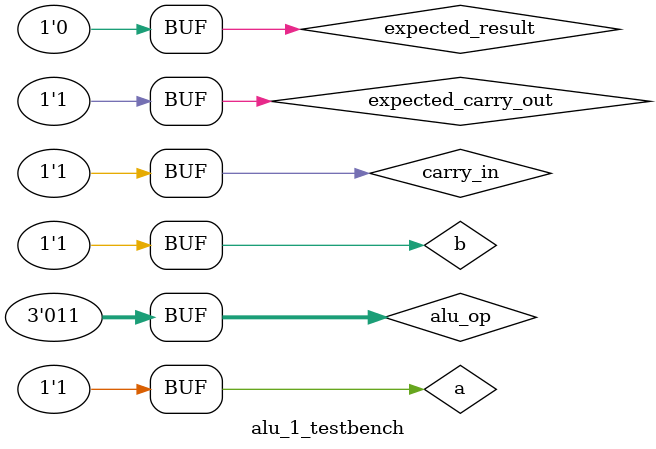
<source format=v>
`define DELAY 20
module alu_1_testbench();
	reg a, b, carry_in;
    reg [2:0] alu_op;
	reg expected_result, expected_carry_out;
    wire result, carry_out;
	wire pass, eq1, eq2;
	
    alu_1 test_alu1(result, carry_out, a, b, carry_in, alu_op);
	xnor equal_result(eq1, expected_result, result);
    xnor equal_carry_out(eq2, expected_carry_out, carry_out);
    and is_pass(pass, eq1, eq2);
	
initial begin
// AND tests, start
	a = 1'b0; b = 1'b0; carry_in = 1'b0; alu_op = 3'b000;
    expected_result = 1'b0;
    expected_carry_out = 1'b0;
#`DELAY;
    a = 1'b0; b = 1'b0; carry_in = 1'b1; alu_op = 3'b000;
    expected_result = 1'b0;
    expected_carry_out = 1'b0;
#`DELAY;
    a = 1'b0; b = 1'b1; carry_in = 1'b0; alu_op = 3'b000;
    expected_result = 1'b0;
    expected_carry_out = 1'b0;
#`DELAY;
    a = 1'b0; b = 1'b1; carry_in = 1'b1; alu_op = 3'b000;
    expected_result = 1'b0;
    expected_carry_out = 1'b1;
#`DELAY;
    a = 1'b1; b = 1'b0; carry_in = 1'b0; alu_op = 3'b000;
    expected_result = 1'b0;
    expected_carry_out = 1'b0;
#`DELAY;
    a = 1'b1; b = 1'b0; carry_in = 1'b1; alu_op = 3'b000;
    expected_result = 1'b0;
    expected_carry_out = 1'b1;
#`DELAY;
    a = 1'b1; b = 1'b1; carry_in = 1'b0; alu_op = 3'b000;
    expected_result = 1'b1;
    expected_carry_out = 1'b1;
#`DELAY;
    a = 1'b1; b = 1'b1; carry_in = 1'b1; alu_op = 3'b000;
    expected_result = 1'b1;
    expected_carry_out = 1'b1;
#`DELAY;
// AND tests, end.

// OR tests, start
	a = 1'b0; b = 1'b0; carry_in = 1'b0; alu_op = 3'b001;
    expected_result = 1'b0;
    expected_carry_out = 1'b0;
#`DELAY;
    a = 1'b0; b = 1'b0; carry_in = 1'b1; alu_op = 3'b001;
    expected_result = 1'b0;
    expected_carry_out = 1'b0;
#`DELAY;
    a = 1'b0; b = 1'b1; carry_in = 1'b0; alu_op = 3'b001;
    expected_result = 1'b1;
    expected_carry_out = 1'b0;
#`DELAY;
    a = 1'b0; b = 1'b1; carry_in = 1'b1; alu_op = 3'b001;
    expected_result = 1'b1;
    expected_carry_out = 1'b1;
#`DELAY;
    a = 1'b1; b = 1'b0; carry_in = 1'b0; alu_op = 3'b001;
    expected_result = 1'b1;
    expected_carry_out = 1'b0;
#`DELAY;
    a = 1'b1; b = 1'b0; carry_in = 1'b1; alu_op = 3'b001;
    expected_result = 1'b1;
    expected_carry_out = 1'b1;
#`DELAY;
    a = 1'b1; b = 1'b1; carry_in = 1'b0; alu_op = 3'b001;
    expected_result = 1'b1;
    expected_carry_out = 1'b1;
#`DELAY;
    a = 1'b1; b = 1'b1; carry_in = 1'b1; alu_op = 3'b001;
    expected_result = 1'b1;
    expected_carry_out = 1'b1;
#`DELAY;
// OR tests, end.

// ADD tests, start
	a = 1'b0; b = 1'b0; carry_in = 1'b0; alu_op = 3'b010;
    expected_result = 1'b0;
    expected_carry_out = 1'b0;
#`DELAY;
    a = 1'b0; b = 1'b0; carry_in = 1'b1; alu_op = 3'b010;
    expected_result = 1'b1;
    expected_carry_out = 1'b0;
#`DELAY;
    a = 1'b0; b = 1'b1; carry_in = 1'b0; alu_op = 3'b010;
    expected_result = 1'b1;
    expected_carry_out = 1'b0;
#`DELAY;
    a = 1'b0; b = 1'b1; carry_in = 1'b1; alu_op = 3'b010;
    expected_result = 1'b0;
    expected_carry_out = 1'b1;
#`DELAY;
    a = 1'b1; b = 1'b0; carry_in = 1'b0; alu_op = 3'b010;
    expected_result = 1'b1;
    expected_carry_out = 1'b0;
#`DELAY;
    a = 1'b1; b = 1'b0; carry_in = 1'b1; alu_op = 3'b010;
    expected_result = 1'b0;
    expected_carry_out = 1'b1;
#`DELAY;
    a = 1'b1; b = 1'b1; carry_in = 1'b0; alu_op = 3'b010;
    expected_result = 1'b0;
    expected_carry_out = 1'b1;
#`DELAY;
    a = 1'b1; b = 1'b1; carry_in = 1'b1; alu_op = 3'b010;
    expected_result = 1'b1;
    expected_carry_out = 1'b1;
#`DELAY;
// ADD tests, end.

// SUBSTRACT tests, start
	a = 1'b0; b = 1'b0; carry_in = 1'b0; alu_op = 3'b110;
    expected_result = 1'b0;
    expected_carry_out = 1'b0;
#`DELAY;
    a = 1'b0; b = 1'b0; carry_in = 1'b1; alu_op = 3'b110;
    expected_result = 1'b1;
    expected_carry_out = 1'b0;
#`DELAY;
    a = 1'b0; b = 1'b1; carry_in = 1'b0; alu_op = 3'b110;
    expected_result = 1'b1;
    expected_carry_out = 1'b0;
#`DELAY;
    a = 1'b0; b = 1'b1; carry_in = 1'b1; alu_op = 3'b110;
    expected_result = 1'b0;
    expected_carry_out = 1'b1;
#`DELAY;
    a = 1'b1; b = 1'b0; carry_in = 1'b0; alu_op = 3'b110;
    expected_result = 1'b1;
    expected_carry_out = 1'b0;
#`DELAY;
    a = 1'b1; b = 1'b0; carry_in = 1'b1; alu_op = 3'b110;
    expected_result = 1'b0;
    expected_carry_out = 1'b1;
#`DELAY;
    a = 1'b1; b = 1'b1; carry_in = 1'b0; alu_op = 3'b110;
    expected_result = 1'b0;
    expected_carry_out = 1'b1;
#`DELAY;
    a = 1'b1; b = 1'b1; carry_in = 1'b1; alu_op = 3'b110;
    expected_result = 1'b1;
    expected_carry_out = 1'b1;
#`DELAY;
// SUBSTRACT tests, end.

// XOR tests, start
	a = 1'b0; b = 1'b0; carry_in = 1'b0; alu_op = 3'b011;
    expected_result = 1'b0;
    expected_carry_out = 1'b0;
#`DELAY;
    a = 1'b0; b = 1'b0; carry_in = 1'b1; alu_op = 3'b011;
    expected_result = 1'b0;
    expected_carry_out = 1'b0;
#`DELAY;
    a = 1'b0; b = 1'b1; carry_in = 1'b0; alu_op = 3'b011;
    expected_result = 1'b1;
    expected_carry_out = 1'b0;
#`DELAY;
    a = 1'b0; b = 1'b1; carry_in = 1'b1; alu_op = 3'b011;
    expected_result = 1'b0;
    expected_carry_out = 1'b1;
#`DELAY;
    a = 1'b1; b = 1'b0; carry_in = 1'b0; alu_op = 3'b011;
    expected_result = 1'b1;
    expected_carry_out = 1'b0;
#`DELAY;
    a = 1'b1; b = 1'b0; carry_in = 1'b1; alu_op = 3'b011;
    expected_result = 1'b1;
    expected_carry_out = 1'b1;
#`DELAY;
    a = 1'b1; b = 1'b1; carry_in = 1'b0; alu_op = 3'b011;
    expected_result = 1'b0;
    expected_carry_out = 1'b1;
#`DELAY;
    a = 1'b1; b = 1'b1; carry_in = 1'b1; alu_op = 3'b011;
    expected_result = 1'b0;
    expected_carry_out = 1'b1;
#`DELAY;
// XOR tests, end.

end

initial begin
	$monitor("time=%2d, a=%1b, b=%1b, carry_in=%1b, alu_op=%2b, result=%1b, carry_out=%1b, pass=%1b",
             $time, a, b, carry_in, alu_op, result, carry_out, pass);
end

endmodule
	
</source>
